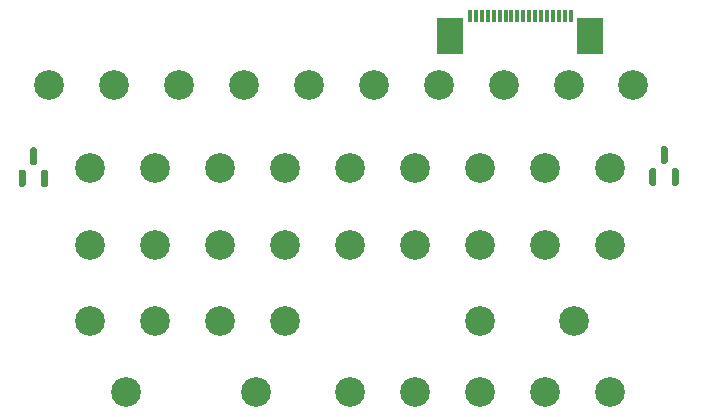
<source format=gbr>
%TF.GenerationSoftware,KiCad,Pcbnew,6.0.11-2627ca5db0~126~ubuntu22.04.1*%
%TF.CreationDate,2024-01-14T00:56:42+01:00*%
%TF.ProjectId,sda_trie_kbd,7364615f-7472-4696-955f-6b62642e6b69,rev?*%
%TF.SameCoordinates,PX2f34f60PY1c9b1e8*%
%TF.FileFunction,Soldermask,Bot*%
%TF.FilePolarity,Negative*%
%FSLAX46Y46*%
G04 Gerber Fmt 4.6, Leading zero omitted, Abs format (unit mm)*
G04 Created by KiCad (PCBNEW 6.0.11-2627ca5db0~126~ubuntu22.04.1) date 2024-01-14 00:56:42*
%MOMM*%
%LPD*%
G01*
G04 APERTURE LIST*
%ADD10C,2.524000*%
%ADD11R,2.300000X3.100000*%
%ADD12R,0.300000X1.100000*%
G04 APERTURE END LIST*
D10*
X51500000Y-17254504D03*
X40500000Y-23754504D03*
X29500000Y-36254504D03*
X13000000Y-17254504D03*
X51500000Y-36254504D03*
X31539205Y-10254504D03*
X53500000Y-10254504D03*
X13000000Y-23754504D03*
X24000000Y-17254504D03*
X15000000Y-10254504D03*
X40500000Y-36254504D03*
X35000000Y-36254504D03*
X48000000Y-10254504D03*
X40500000Y-30254504D03*
X9500000Y-10254504D03*
X13000000Y-30254504D03*
X37000000Y-10254504D03*
X7500000Y-17254504D03*
X40500000Y-17254504D03*
X46000000Y-36254504D03*
X21500000Y-36254504D03*
X29500000Y-23754504D03*
X46000000Y-17254504D03*
X18476288Y-23754504D03*
X24000000Y-30254504D03*
X48500000Y-30254504D03*
X42500000Y-10254504D03*
X18500000Y-30254504D03*
X46000000Y-23754504D03*
X29500000Y-17254504D03*
X18507995Y-17254504D03*
X10500000Y-36254504D03*
X35000000Y-23754504D03*
X51500000Y-23754504D03*
X7500000Y-30254504D03*
X35000000Y-17254504D03*
X26000000Y-10254504D03*
X20500000Y-10254504D03*
X24000000Y-23754504D03*
X4000000Y-10254504D03*
X7500000Y-23754504D03*
G36*
G01*
X56250000Y-16904504D02*
X55950000Y-16904504D01*
G75*
G02*
X55800000Y-16754504I0J150000D01*
G01*
X55800000Y-15579504D01*
G75*
G02*
X55950000Y-15429504I150000J0D01*
G01*
X56250000Y-15429504D01*
G75*
G02*
X56400000Y-15579504I0J-150000D01*
G01*
X56400000Y-16754504D01*
G75*
G02*
X56250000Y-16904504I-150000J0D01*
G01*
G37*
G36*
G01*
X55300000Y-18779504D02*
X55000000Y-18779504D01*
G75*
G02*
X54850000Y-18629504I0J150000D01*
G01*
X54850000Y-17454504D01*
G75*
G02*
X55000000Y-17304504I150000J0D01*
G01*
X55300000Y-17304504D01*
G75*
G02*
X55450000Y-17454504I0J-150000D01*
G01*
X55450000Y-18629504D01*
G75*
G02*
X55300000Y-18779504I-150000J0D01*
G01*
G37*
G36*
G01*
X57200000Y-18779504D02*
X56900000Y-18779504D01*
G75*
G02*
X56750000Y-18629504I0J150000D01*
G01*
X56750000Y-17454504D01*
G75*
G02*
X56900000Y-17304504I150000J0D01*
G01*
X57200000Y-17304504D01*
G75*
G02*
X57350000Y-17454504I0J-150000D01*
G01*
X57350000Y-18629504D01*
G75*
G02*
X57200000Y-18779504I-150000J0D01*
G01*
G37*
D11*
X37999400Y-6104704D03*
X49839400Y-6104704D03*
D12*
X39669400Y-4404704D03*
X40169400Y-4404704D03*
X40669400Y-4404704D03*
X41169400Y-4404704D03*
X41669400Y-4404704D03*
X42169400Y-4404704D03*
X42669400Y-4404704D03*
X43169400Y-4404704D03*
X43669400Y-4404704D03*
X44169400Y-4404704D03*
X44669400Y-4404704D03*
X45169400Y-4404704D03*
X45669400Y-4404704D03*
X46169400Y-4404704D03*
X46669400Y-4404704D03*
X47169400Y-4404704D03*
X47669400Y-4404704D03*
X48169400Y-4404704D03*
G36*
G01*
X2850000Y-17004504D02*
X2550000Y-17004504D01*
G75*
G02*
X2400000Y-16854504I0J150000D01*
G01*
X2400000Y-15679504D01*
G75*
G02*
X2550000Y-15529504I150000J0D01*
G01*
X2850000Y-15529504D01*
G75*
G02*
X3000000Y-15679504I0J-150000D01*
G01*
X3000000Y-16854504D01*
G75*
G02*
X2850000Y-17004504I-150000J0D01*
G01*
G37*
G36*
G01*
X1900000Y-18879504D02*
X1600000Y-18879504D01*
G75*
G02*
X1450000Y-18729504I0J150000D01*
G01*
X1450000Y-17554504D01*
G75*
G02*
X1600000Y-17404504I150000J0D01*
G01*
X1900000Y-17404504D01*
G75*
G02*
X2050000Y-17554504I0J-150000D01*
G01*
X2050000Y-18729504D01*
G75*
G02*
X1900000Y-18879504I-150000J0D01*
G01*
G37*
G36*
G01*
X3800000Y-18879504D02*
X3500000Y-18879504D01*
G75*
G02*
X3350000Y-18729504I0J150000D01*
G01*
X3350000Y-17554504D01*
G75*
G02*
X3500000Y-17404504I150000J0D01*
G01*
X3800000Y-17404504D01*
G75*
G02*
X3950000Y-17554504I0J-150000D01*
G01*
X3950000Y-18729504D01*
G75*
G02*
X3800000Y-18879504I-150000J0D01*
G01*
G37*
M02*

</source>
